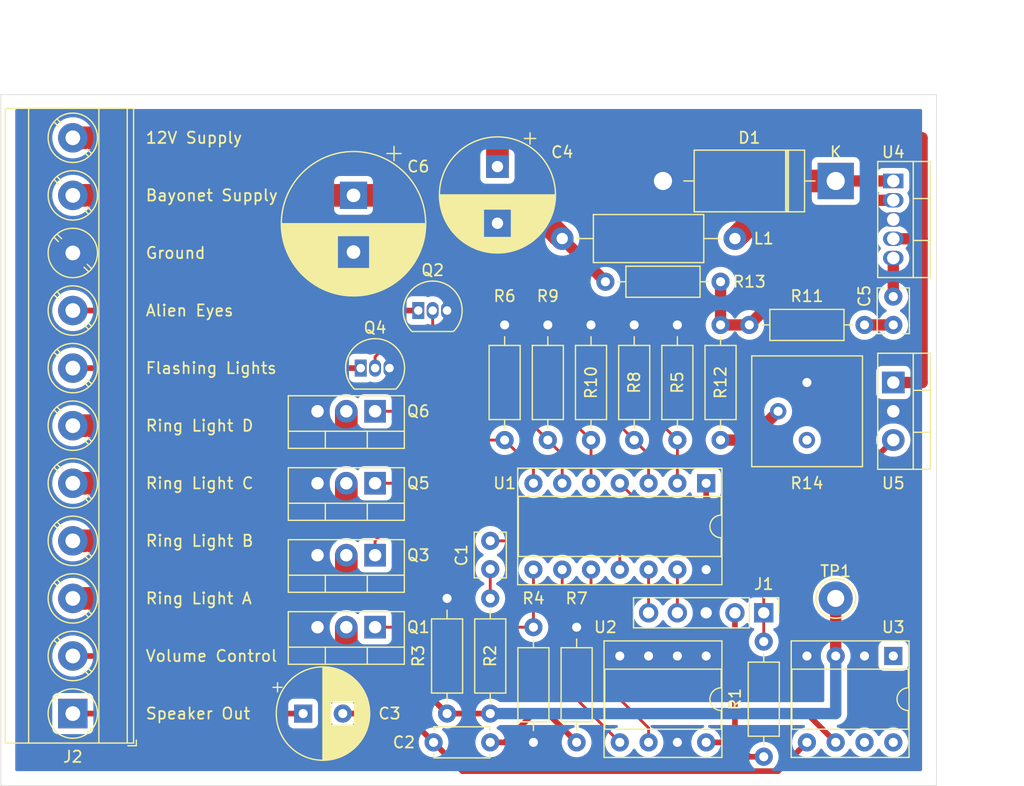
<source format=kicad_pcb>
(kicad_pcb (version 20240108) (generator "pcbnew") (generator_version "8.0")
  (layers (0 "F.Cu" signal) (31 "B.Cu" signal) (34 "B.Paste" user) (35 "F.Paste" user) (36 "B.SilkS" user "B.Silkscreen") (37 "F.SilkS" user "F.Silkscreen") (38 "B.Mask" user) (39 "F.Mask" user) (44 "Edge.Cuts" user))
  (net 0 "")
  (net 1 "/GND")
  (net 2 "Net-(D1-Pad1)")
  (net 3 "/PGC")
  (net 4 "/PGD")
  (net 5 "/5V")
  (net 6 "/MCLR")
  (net 7 "/Flashers")
  (net 8 "/Eyes")
  (net 9 "/A")
  (net 10 "/B")
  (net 11 "/C")
  (net 12 "/D")
  (net 13 "/Volume")
  (net 14 "/Vcc")
  (net 15 "/A_Signal")
  (net 16 "/Eyes_Signal")
  (net 17 "/B_Signal")
  (net 18 "/Flashers_Signal")
  (net 19 "/C_Signal")
  (net 20 "/D_Signal")
  (net 21 "/Speaker_Signal")
  (net 22 "/SCL")
  (net 23 "/SDA")
  (net 24 "Net-(U3-Pad8)")
  (net 25 "Net-(U3-Pad7)")
  (net 26 "Net-(C2-Pad2)")
  (net 27 "Net-(U3-Pad1)")
  (net 28 "Net-(C5-Pad2)")
  (net 29 "/12V")
  (net 30 "Net-(R11-Pad1)")
  (net 31 "Net-(C1-Pad2)")
  (net 32 "Net-(C2-Pad1)")
  (net 33 "Net-(C5-Pad1)")
  (net 34 "Net-(R12-Pad1)")
  (net 35 "/Speaker")
  (footprint "TerminalBlock_Phoenix:TerminalBlock_Phoenix_MKDS-3-11-5.08_1x11_P5.08mm_Horizontal" (layer "F.Cu") (at 66.04 86.36 90)
    (property "Reference" "J2" (at -3.81 0 180) (layer "F.SilkS"))
    (property "Value" "Main Connector")
    (pad "1" thru_hole rect (at 0 0 90) (size 2.6 2.6) (drill 1.3) (layers "*.Cu" "*.Mask") (net 35 "/Speaker"))
    (pad "2" thru_hole circle (at 5.08 0 90) (size 2.6 2.6) (drill 1.3) (layers "*.Cu" "*.Mask") (net 13 "/Volume"))
    (pad "3" thru_hole circle (at 10.16 0 90) (size 2.6 2.6) (drill 1.3) (layers "*.Cu" "*.Mask") (net 9 "/A"))
    (pad "4" thru_hole circle (at 15.24 0 90) (size 2.6 2.6) (drill 1.3) (layers "*.Cu" "*.Mask") (net 10 "/B"))
    (pad "5" thru_hole circle (at 20.32 0 90) (size 2.6 2.6) (drill 1.3) (layers "*.Cu" "*.Mask") (net 11 "/C"))
    (pad "6" thru_hole circle (at 25.4 0 90) (size 2.6 2.6) (drill 1.3) (layers "*.Cu" "*.Mask") (net 12 "/D"))
    (pad "7" thru_hole circle (at 30.48 0 90) (size 2.6 2.6) (drill 1.3) (layers "*.Cu" "*.Mask") (net 7 "/Flashers"))
    (pad "8" thru_hole circle (at 35.56 0 90) (size 2.6 2.6) (drill 1.3) (layers "*.Cu" "*.Mask") (net 8 "/Eyes"))
    (pad "9" thru_hole circle (at 40.64 0 90) (size 2.6 2.6) (drill 1.3) (layers "*.Cu" "*.Mask") (net 1 "/GND"))
    (pad "10" thru_hole circle (at 45.72 0 90) (size 2.6 2.6) (drill 1.3) (layers "*.Cu" "*.Mask") (net 14 "/Vcc"))
    (pad "11" thru_hole circle (at 50.8 0 90) (size 2.6 2.6) (drill 1.3) (layers "*.Cu" "*.Mask") (net 29 "/12V"))
  )
  (footprint "Package_DIP:DIP-14_W7.62mm_Socket" (layer "F.Cu") (at 121.92 66.04 -90)
    (property "Reference" "U1" (at 0 17.78 180) (layer "F.SilkS"))
    (property "Value" "PIC16F1705")
    (pad "1" thru_hole rect (at 0 0 270) (size 1.6 1.6) (drill 0.8) (layers "*.Cu" "*.Mask") (net 5 "/5V"))
    (pad "2" thru_hole oval (at 0 2.54 270) (size 1.6 1.6) (drill 0.8) (layers "*.Cu" "*.Mask") (net 16 "/Eyes_Signal"))
    (pad "3" thru_hole oval (at 0 5.08 270) (size 1.6 1.6) (drill 0.8) (layers "*.Cu" "*.Mask") (net 18 "/Flashers_Signal"))
    (pad "4" thru_hole oval (at 0 7.62 270) (size 1.6 1.6) (drill 0.8) (layers "*.Cu" "*.Mask") (net 6 "/MCLR"))
    (pad "5" thru_hole oval (at 0 10.16 270) (size 1.6 1.6) (drill 0.8) (layers "*.Cu" "*.Mask") (net 20 "/D_Signal"))
    (pad "6" thru_hole oval (at 0 12.7 270) (size 1.6 1.6) (drill 0.8) (layers "*.Cu" "*.Mask") (net 19 "/C_Signal"))
    (pad "7" thru_hole oval (at 0 15.24 270) (size 1.6 1.6) (drill 0.8) (layers "*.Cu" "*.Mask") (net 17 "/B_Signal"))
    (pad "8" thru_hole oval (at 7.62 15.24 270) (size 1.6 1.6) (drill 0.8) (layers "*.Cu" "*.Mask") (net 15 "/A_Signal"))
    (pad "9" thru_hole oval (at 7.62 12.7 270) (size 1.6 1.6) (drill 0.8) (layers "*.Cu" "*.Mask") (net 23 "/SDA"))
    (pad "10" thru_hole oval (at 7.62 10.16 270) (size 1.6 1.6) (drill 0.8) (layers "*.Cu" "*.Mask") (net 22 "/SCL"))
    (pad "11" thru_hole oval (at 7.62 7.62 270) (size 1.6 1.6) (drill 0.8) (layers "*.Cu" "*.Mask") (net 21 "/Speaker_Signal"))
    (pad "12" thru_hole oval (at 7.62 5.08 270) (size 1.6 1.6) (drill 0.8) (layers "*.Cu" "*.Mask") (net 3 "/PGC"))
    (pad "13" thru_hole oval (at 7.62 2.54 270) (size 1.6 1.6) (drill 0.8) (layers "*.Cu" "*.Mask") (net 4 "/PGD"))
    (pad "14" thru_hole oval (at 7.62 0 270) (size 1.6 1.6) (drill 0.8) (layers "*.Cu" "*.Mask") (net 1 "/GND"))
  )
  (footprint "Connector_PinHeader_2.54mm:PinHeader_1x05_P2.54mm_Vertical" (layer "F.Cu") (at 127 77.47 -90)
    (property "Reference" "J1" (at -2.54 0 180) (layer "F.SilkS"))
    (property "Value" "ICSP Programing")
    (pad "1" thru_hole rect (at 0 0 270) (size 1.7 1.7) (drill 1) (layers "*.Cu" "*.Mask") (net 6 "/MCLR"))
    (pad "2" thru_hole oval (at 0 2.54 270) (size 1.7 1.7) (drill 1) (layers "*.Cu" "*.Mask") (net 5 "/5V"))
    (pad "3" thru_hole oval (at 0 5.08 270) (size 1.7 1.7) (drill 1) (layers "*.Cu" "*.Mask") (net 1 "/GND"))
    (pad "4" thru_hole oval (at 0 7.62 270) (size 1.7 1.7) (drill 1) (layers "*.Cu" "*.Mask") (net 4 "/PGD"))
    (pad "5" thru_hole oval (at 0 10.16 270) (size 1.7 1.7) (drill 1) (layers "*.Cu" "*.Mask") (net 3 "/PGC"))
  )
  (footprint "Capacitor_THT:C_Disc_D4.7mm_W2.5mm_P5.00mm" (layer "F.Cu") (at 102.87 88.9 180)
    (property "Reference" "C2" (at 7.62 0 0) (layer "F.SilkS"))
    (property "Value" "47n")
    (pad "1" thru_hole circle (at 0 0 180) (size 1.6 1.6) (drill 0.8) (layers "*.Cu" "*.Mask") (net 32 "Net-(C2-Pad1)"))
    (pad "2" thru_hole circle (at 5 0 180) (size 1.6 1.6) (drill 0.8) (layers "*.Cu" "*.Mask") (net 26 "Net-(C2-Pad2)"))
  )
  (footprint "Diode_THT:D_DO-201AD_P15.24mm_Horizontal" (layer "F.Cu") (at 133.35 39.37 180)
    (property "Reference" "D1" (at 7.62 3.81 0) (layer "F.SilkS"))
    (property "Value" "1N5820")
    (fp_text user "K" (at 0 2.54 0) (layer "F.SilkS"))
    (pad "1" thru_hole rect (at 0 0 180) (size 3.2 3.2) (drill 1.6) (layers "*.Cu" "*.Mask") (net 2 "Net-(D1-Pad1)"))
    (pad "2" thru_hole oval (at 15.24 0 180) (size 3.2 3.2) (drill 1.6) (layers "*.Cu" "*.Mask") (net 1 "/GND"))
  )
  (footprint "Inductor_THT:L_Axial_L9.5mm_D4.0mm_P15.24mm_Horizontal_Fastron_SMCC" (layer "F.Cu") (at 124.46 44.45 180)
    (property "Reference" "L1" (at -2.54 0 0) (layer "F.SilkS"))
    (property "Value" "190u")
    (pad "1" thru_hole circle (at 0 0 180) (size 2 2) (drill 1) (layers "*.Cu" "*.Mask") (net 2 "Net-(D1-Pad1)"))
    (pad "2" thru_hole oval (at 15.24 0 180) (size 2 2) (drill 1) (layers "*.Cu" "*.Mask") (net 14 "/Vcc"))
  )
  (footprint "Package_TO_SOT_THT:TO-220-3_Vertical" (layer "F.Cu") (at 92.71 78.74 180)
    (property "Reference" "Q1" (at -3.81 0 0) (layer "F.SilkS"))
    (property "Value" "FQP30N06L")
    (pad "1" thru_hole rect (at 0 0 180) (size 1.905 2) (drill 1.1) (layers "*.Cu" "*.Mask") (net 15 "/A_Signal"))
    (pad "2" thru_hole oval (at 2.54 0 180) (size 1.905 2) (drill 1.1) (layers "*.Cu" "*.Mask") (net 9 "/A"))
    (pad "3" thru_hole oval (at 5.08 0 180) (size 1.905 2) (drill 1.1) (layers "*.Cu" "*.Mask") (net 1 "/GND"))
  )
  (footprint "Package_TO_SOT_THT:TO-92_Inline" (layer "F.Cu") (at 96.52 50.8)
    (property "Reference" "Q2" (at 1.27 -3.56 0) (layer "F.SilkS"))
    (property "Value" "ZVN3306A")
    (pad "1" thru_hole rect (at 0 0) (size 1.05 1.5) (drill 0.75) (layers "*.Cu" "*.Mask") (net 8 "/Eyes"))
    (pad "2" thru_hole oval (at 1.27 0) (size 1.05 1.5) (drill 0.75) (layers "*.Cu" "*.Mask") (net 16 "/Eyes_Signal"))
    (pad "3" thru_hole oval (at 2.54 0) (size 1.05 1.5) (drill 0.75) (layers "*.Cu" "*.Mask") (net 1 "/GND"))
  )
  (footprint "Package_TO_SOT_THT:TO-220-3_Vertical" (layer "F.Cu") (at 92.71 72.39 180)
    (property "Reference" "Q3" (at -3.81 0 0) (layer "F.SilkS"))
    (property "Value" "FQP30N06L")
    (pad "1" thru_hole rect (at 0 0 180) (size 1.905 2) (drill 1.1) (layers "*.Cu" "*.Mask") (net 17 "/B_Signal"))
    (pad "2" thru_hole oval (at 2.54 0 180) (size 1.905 2) (drill 1.1) (layers "*.Cu" "*.Mask") (net 10 "/B"))
    (pad "3" thru_hole oval (at 5.08 0 180) (size 1.905 2) (drill 1.1) (layers "*.Cu" "*.Mask") (net 1 "/GND"))
  )
  (footprint "Package_TO_SOT_THT:TO-220-3_Vertical" (layer "F.Cu") (at 92.71 66.04 180)
    (property "Reference" "Q5" (at -3.81 0 0) (layer "F.SilkS"))
    (property "Value" "FQP30N06L")
    (pad "1" thru_hole rect (at 0 0 180) (size 1.905 2) (drill 1.1) (layers "*.Cu" "*.Mask") (net 19 "/C_Signal"))
    (pad "2" thru_hole oval (at 2.54 0 180) (size 1.905 2) (drill 1.1) (layers "*.Cu" "*.Mask") (net 11 "/C"))
    (pad "3" thru_hole oval (at 5.08 0 180) (size 1.905 2) (drill 1.1) (layers "*.Cu" "*.Mask") (net 1 "/GND"))
  )
  (footprint "Package_TO_SOT_THT:TO-220-3_Vertical" (layer "F.Cu") (at 92.71 59.69 180)
    (property "Reference" "Q6" (at -3.81 0 0) (layer "F.SilkS"))
    (property "Value" "FQP30N06L")
    (pad "1" thru_hole rect (at 0 0 180) (size 1.905 2) (drill 1.1) (layers "*.Cu" "*.Mask") (net 20 "/D_Signal"))
    (pad "2" thru_hole oval (at 2.54 0 180) (size 1.905 2) (drill 1.1) (layers "*.Cu" "*.Mask") (net 12 "/D"))
    (pad "3" thru_hole oval (at 5.08 0 180) (size 1.905 2) (drill 1.1) (layers "*.Cu" "*.Mask") (net 1 "/GND"))
  )
  (footprint "Resistor_THT:R_Axial_DIN0207_L6.3mm_D2.5mm_P10.16mm_Horizontal" (layer "F.Cu") (at 127 90.17 90)
    (property "Reference" "R1" (at 5.08 -2.54 90) (layer "F.SilkS"))
    (property "Value" "10k")
    (pad "1" thru_hole circle (at 0 0 90) (size 1.6 1.6) (drill 0.8) (layers "*.Cu" "*.Mask") (net 5 "/5V"))
    (pad "2" thru_hole oval (at 10.16 0 90) (size 1.6 1.6) (drill 0.8) (layers "*.Cu" "*.Mask") (net 6 "/MCLR"))
  )
  (footprint "Resistor_THT:R_Axial_DIN0207_L6.3mm_D2.5mm_P10.16mm_Horizontal" (layer "F.Cu") (at 102.87 76.2 -90)
    (property "Reference" "R2" (at 5.08 0 -90) (layer "F.SilkS"))
    (property "Value" "30k")
    (pad "1" thru_hole circle (at 0 0 270) (size 1.6 1.6) (drill 0.8) (layers "*.Cu" "*.Mask") (net 31 "Net-(C1-Pad2)"))
    (pad "2" thru_hole oval (at 10.16 0 270) (size 1.6 1.6) (drill 0.8) (layers "*.Cu" "*.Mask") (net 13 "/Volume"))
  )
  (footprint "Resistor_THT:R_Axial_DIN0207_L6.3mm_D2.5mm_P10.16mm_Horizontal" (layer "F.Cu") (at 99.06 86.36 90)
    (property "Reference" "R3" (at 5.08 -2.54 90) (layer "F.SilkS"))
    (property "Value" "3.6k")
    (pad "1" thru_hole circle (at 0 0 90) (size 1.6 1.6) (drill 0.8) (layers "*.Cu" "*.Mask") (net 13 "/Volume"))
    (pad "2" thru_hole oval (at 10.16 0 90) (size 1.6 1.6) (drill 0.8) (layers "*.Cu" "*.Mask") (net 1 "/GND"))
  )
  (footprint "Resistor_THT:R_Axial_DIN0207_L6.3mm_D2.5mm_P10.16mm_Horizontal" (layer "F.Cu") (at 106.68 88.9 90)
    (property "Reference" "R4" (at 12.7 0 180) (layer "F.SilkS"))
    (property "Value" "10k")
    (pad "1" thru_hole circle (at 0 0 90) (size 1.6 1.6) (drill 0.8) (layers "*.Cu" "*.Mask") (net 1 "/GND"))
    (pad "2" thru_hole oval (at 10.16 0 90) (size 1.6 1.6) (drill 0.8) (layers "*.Cu" "*.Mask") (net 15 "/A_Signal"))
  )
  (footprint "Resistor_THT:R_Axial_DIN0207_L6.3mm_D2.5mm_P10.16mm_Horizontal" (layer "F.Cu") (at 119.38 52.07 -90)
    (property "Reference" "R5" (at 5.08 0 90) (layer "F.SilkS"))
    (property "Value" "10k")
    (pad "1" thru_hole circle (at 0 0 270) (size 1.6 1.6) (drill 0.8) (layers "*.Cu" "*.Mask") (net 1 "/GND"))
    (pad "2" thru_hole oval (at 10.16 0 270) (size 1.6 1.6) (drill 0.8) (layers "*.Cu" "*.Mask") (net 16 "/Eyes_Signal"))
  )
  (footprint "Resistor_THT:R_Axial_DIN0207_L6.3mm_D2.5mm_P10.16mm_Horizontal" (layer "F.Cu") (at 110.49 88.9 90)
    (property "Reference" "R7" (at 12.7 0 180) (layer "F.SilkS"))
    (property "Value" "10k")
    (pad "1" thru_hole circle (at 0 0 90) (size 1.6 1.6) (drill 0.8) (layers "*.Cu" "*.Mask") (net 32 "Net-(C2-Pad1)"))
    (pad "2" thru_hole oval (at 10.16 0 90) (size 1.6 1.6) (drill 0.8) (layers "*.Cu" "*.Mask") (net 1 "/GND"))
  )
  (footprint "Resistor_THT:R_Axial_DIN0207_L6.3mm_D2.5mm_P10.16mm_Horizontal" (layer "F.Cu") (at 115.57 52.07 -90)
    (property "Reference" "R8" (at 5.08 0 90) (layer "F.SilkS"))
    (property "Value" "10k")
    (pad "1" thru_hole circle (at 0 0 270) (size 1.6 1.6) (drill 0.8) (layers "*.Cu" "*.Mask") (net 1 "/GND"))
    (pad "2" thru_hole oval (at 10.16 0 270) (size 1.6 1.6) (drill 0.8) (layers "*.Cu" "*.Mask") (net 18 "/Flashers_Signal"))
  )
  (footprint "Resistor_THT:R_Axial_DIN0207_L6.3mm_D2.5mm_P10.16mm_Horizontal" (layer "F.Cu") (at 107.95 52.07 -90)
    (property "Reference" "R9" (at -2.54 0 180) (layer "F.SilkS"))
    (property "Value" "10k")
    (pad "1" thru_hole circle (at 0 0 270) (size 1.6 1.6) (drill 0.8) (layers "*.Cu" "*.Mask") (net 1 "/GND"))
    (pad "2" thru_hole oval (at 10.16 0 270) (size 1.6 1.6) (drill 0.8) (layers "*.Cu" "*.Mask") (net 19 "/C_Signal"))
  )
  (footprint "Resistor_THT:R_Axial_DIN0207_L6.3mm_D2.5mm_P10.16mm_Horizontal" (layer "F.Cu") (at 111.76 52.07 -90)
    (property "Reference" "R10" (at 5.08 0 90) (layer "F.SilkS"))
    (property "Value" "10k")
    (pad "1" thru_hole circle (at 0 0 270) (size 1.6 1.6) (drill 0.8) (layers "*.Cu" "*.Mask") (net 1 "/GND"))
    (pad "2" thru_hole oval (at 10.16 0 270) (size 1.6 1.6) (drill 0.8) (layers "*.Cu" "*.Mask") (net 20 "/D_Signal"))
  )
  (footprint "Resistor_THT:R_Axial_DIN0207_L6.3mm_D2.5mm_P10.16mm_Horizontal" (layer "F.Cu") (at 113.03 48.26)
    (property "Reference" "R13" (at 12.7 0 0) (layer "F.SilkS"))
    (property "Value" "6.8k")
    (pad "1" thru_hole circle (at 0 0) (size 1.6 1.6) (drill 0.8) (layers "*.Cu" "*.Mask") (net 14 "/Vcc"))
    (pad "2" thru_hole oval (at 10.16 0) (size 1.6 1.6) (drill 0.8) (layers "*.Cu" "*.Mask") (net 30 "Net-(R11-Pad1)"))
  )
  (footprint "Potentiometer_THT:Potentiometer_Bourns_3386P_Vertical" (layer "F.Cu") (at 130.81 57.15 180)
    (property "Reference" "R14" (at 0 -8.89 0) (layer "F.SilkS"))
    (property "Value" "10k")
    (pad "1" thru_hole circle (at 0 0 180) (size 1.44 1.44) (drill 0.8) (layers "*.Cu" "*.Mask") (net 1 "/GND"))
    (pad "2" thru_hole circle (at 2.54 -2.54 180) (size 1.44 1.44) (drill 0.8) (layers "*.Cu" "*.Mask") (net 34 "Net-(R12-Pad1)"))
    (pad "3" thru_hole circle (at 0 -5.08 180) (size 1.44 1.44) (drill 0.8) (layers "*.Cu" "*.Mask"))
  )
  (footprint "Package_TO_SOT_THT:TO-220-5_Vertical" (layer "F.Cu") (at 138.43 39.37 -90)
    (property "Reference" "U4" (at -2.54 0 180) (layer "F.SilkS"))
    (property "Value" "MC33167TVG")
    (pad "1" thru_hole rect (at 0 0 270) (size 1.275 1.8) (drill 1.1) (layers "*.Cu" "*.Mask") (net 2 "Net-(D1-Pad1)"))
    (pad "2" thru_hole oval (at 1.7 0 270) (size 1.275 1.8) (drill 1.1) (layers "*.Cu" "*.Mask") (net 30 "Net-(R11-Pad1)"))
    (pad "3" thru_hole oval (at 3.4 0 270) (size 1.275 1.8) (drill 1.1) (layers "*.Cu" "*.Mask") (net 1 "/GND"))
    (pad "4" thru_hole oval (at 5.1 0 270) (size 1.275 1.8) (drill 1.1) (layers "*.Cu" "*.Mask") (net 29 "/12V"))
    (pad "5" thru_hole oval (at 6.8 0 270) (size 1.275 1.8) (drill 1.1) (layers "*.Cu" "*.Mask") (net 28 "Net-(C5-Pad2)"))
  )
  (footprint "Package_TO_SOT_THT:TO-220-3_Vertical" (layer "F.Cu") (at 138.43 57.15 -90)
    (property "Reference" "U5" (at 8.89 0 180) (layer "F.SilkS"))
    (property "Value" "MC78M05CTG")
    (pad "1" thru_hole rect (at 0 0 270) (size 1.905 2) (drill 1.1) (layers "*.Cu" "*.Mask") (net 29 "/12V"))
    (pad "2" thru_hole oval (at 2.54 0 270) (size 1.905 2) (drill 1.1) (layers "*.Cu" "*.Mask") (net 1 "/GND"))
    (pad "3" thru_hole oval (at 5.08 0 270) (size 1.905 2) (drill 1.1) (layers "*.Cu" "*.Mask") (net 5 "/5V"))
  )
  (footprint "Resistor_THT:R_Axial_DIN0207_L6.3mm_D2.5mm_P10.16mm_Horizontal" (layer "F.Cu") (at 125.73 52.07)
    (property "Reference" "R11" (at 5.08 -2.54 0) (layer "F.SilkS"))
    (property "Value" "68k")
    (pad "1" thru_hole circle (at 0 0) (size 1.6 1.6) (drill 0.8) (layers "*.Cu" "*.Mask") (net 30 "Net-(R11-Pad1)"))
    (pad "2" thru_hole oval (at 10.16 0) (size 1.6 1.6) (drill 0.8) (layers "*.Cu" "*.Mask") (net 33 "Net-(C5-Pad1)"))
  )
  (footprint "Capacitor_THT:CP_Radial_D12.5mm_P5.00mm" (layer "F.Cu") (at 90.805 40.64 -90)
    (property "Reference" "C6" (at -2.54 -5.715 180) (layer "F.SilkS"))
    (property "Value" "4700u")
    (pad "1" thru_hole rect (at 0 0 270) (size 2.4 2.4) (drill 1.2) (layers "*.Cu" "*.Mask") (net 14 "/Vcc"))
    (pad "2" thru_hole circle (at 5 0 270) (size 2.4 2.4) (drill 1.2) (layers "*.Cu" "*.Mask") (net 1 "/GND"))
  )
  (footprint "Capacitor_THT:CP_Radial_D10.0mm_P5.00mm" (layer "F.Cu") (at 103.505 38.1 -90)
    (property "Reference" "C4" (at -1.27 -5.715 180) (layer "F.SilkS"))
    (property "Value" "330u")
    (pad "1" thru_hole rect (at 0 0 270) (size 2 2) (drill 1) (layers "*.Cu" "*.Mask") (net 29 "/12V"))
    (pad "2" thru_hole circle (at 5 0 270) (size 2 2) (drill 1) (layers "*.Cu" "*.Mask") (net 1 "/GND"))
  )
  (footprint "Capacitor_THT:C_Disc_D3.8mm_W2.6mm_P2.50mm" (layer "F.Cu") (at 138.43 52.07 90)
    (property "Reference" "C5" (at 2.54 -2.55 90) (layer "F.SilkS"))
    (property "Value" "0.1u")
    (pad "1" thru_hole circle (at 0 0 90) (size 1.6 1.6) (drill 0.8) (layers "*.Cu" "*.Mask") (net 33 "Net-(C5-Pad1)"))
    (pad "2" thru_hole circle (at 2.5 0 90) (size 1.6 1.6) (drill 0.8) (layers "*.Cu" "*.Mask") (net 28 "Net-(C5-Pad2)"))
  )
  (footprint "Package_TO_SOT_THT:TO-92_Inline" (layer "F.Cu") (at 91.44 55.88)
    (property "Reference" "Q4" (at 1.27 -3.56 0) (layer "F.SilkS"))
    (property "Value" "ZVN3306A")
    (pad "1" thru_hole rect (at 0 0) (size 1.05 1.5) (drill 0.75) (layers "*.Cu" "*.Mask") (net 7 "/Flashers"))
    (pad "2" thru_hole oval (at 1.27 0) (size 1.05 1.5) (drill 0.75) (layers "*.Cu" "*.Mask") (net 18 "/Flashers_Signal"))
    (pad "3" thru_hole oval (at 2.54 0) (size 1.05 1.5) (drill 0.75) (layers "*.Cu" "*.Mask") (net 1 "/GND"))
  )
  (footprint "Resistor_THT:R_Axial_DIN0207_L6.3mm_D2.5mm_P10.16mm_Horizontal" (layer "F.Cu") (at 104.14 52.07 -90)
    (property "Reference" "R6" (at -2.54 0 0) (layer "F.SilkS"))
    (property "Value" "10k")
    (pad "1" thru_hole circle (at 0 0 270) (size 1.6 1.6) (drill 0.8) (layers "*.Cu" "*.Mask") (net 1 "/GND"))
    (pad "2" thru_hole oval (at 10.16 0 270) (size 1.6 1.6) (drill 0.8) (layers "*.Cu" "*.Mask") (net 17 "/B_Signal"))
  )
  (footprint "Capacitor_THT:C_Disc_D3.8mm_W2.6mm_P2.50mm" (layer "F.Cu") (at 102.87 71.12 -90)
    (property "Reference" "C1" (at 1.27 2.54 90) (layer "F.SilkS"))
    (property "Value" "0.1u")
    (pad "1" thru_hole circle (at 0 0 270) (size 1.6 1.6) (drill 0.8) (layers "*.Cu" "*.Mask") (net 21 "/Speaker_Signal"))
    (pad "2" thru_hole circle (at 2.5 0 270) (size 1.6 1.6) (drill 0.8) (layers "*.Cu" "*.Mask") (net 31 "Net-(C1-Pad2)"))
  )
  (footprint "Capacitor_THT:CP_Radial_D8.0mm_P3.50mm" (layer "F.Cu") (at 86.36 86.36)
    (property "Reference" "C3" (at 7.62 0 0) (layer "F.SilkS"))
    (property "Value" "270u")
    (pad "1" thru_hole rect (at 0 0) (size 1.6 1.6) (drill 0.8) (layers "*.Cu" "*.Mask") (net 35 "/Speaker"))
    (pad "2" thru_hole circle (at 3.5 0) (size 1.6 1.6) (drill 0.8) (layers "*.Cu" "*.Mask") (net 26 "Net-(C2-Pad2)"))
  )
  (footprint "Resistor_THT:R_Axial_DIN0207_L6.3mm_D2.5mm_P10.16mm_Horizontal" (layer "F.Cu") (at 123.19 62.23 90)
    (property "Reference" "R12" (at 5.08 0 90) (layer "F.SilkS"))
    (property "Value" "10k")
    (pad "1" thru_hole circle (at 0 0 90) (size 1.6 1.6) (drill 0.8) (layers "*.Cu" "*.Mask") (net 34 "Net-(R12-Pad1)"))
    (pad "2" thru_hole oval (at 10.16 0 90) (size 1.6 1.6) (drill 0.8) (layers "*.Cu" "*.Mask") (net 30 "Net-(R11-Pad1)"))
  )
  (footprint "Package_DIP:DIP-8_W7.62mm_Socket" (layer "F.Cu") (at 138.43 81.28 -90)
    (property "Reference" "U3" (at -2.54 0 180) (layer "F.SilkS"))
    (property "Value" "LM386")
    (pad "1" thru_hole rect (at 0 0 270) (size 1.6 1.6) (drill 0.8) (layers "*.Cu" "*.Mask") (net 27 "Net-(U3-Pad1)"))
    (pad "2" thru_hole oval (at 0 2.54 270) (size 1.6 1.6) (drill 0.8) (layers "*.Cu" "*.Mask") (net 1 "/GND"))
    (pad "3" thru_hole oval (at 0 5.08 270) (size 1.6 1.6) (drill 0.8) (layers "*.Cu" "*.Mask") (net 13 "/Volume"))
    (pad "4" thru_hole oval (at 0 7.62 270) (size 1.6 1.6) (drill 0.8) (layers "*.Cu" "*.Mask") (net 1 "/GND"))
    (pad "5" thru_hole oval (at 7.62 7.62 270) (size 1.6 1.6) (drill 0.8) (layers "*.Cu" "*.Mask") (net 26 "Net-(C2-Pad2)"))
    (pad "6" thru_hole oval (at 7.62 5.08 270) (size 1.6 1.6) (drill 0.8) (layers "*.Cu" "*.Mask") (net 5 "/5V"))
    (pad "7" thru_hole oval (at 7.62 2.54 270) (size 1.6 1.6) (drill 0.8) (layers "*.Cu" "*.Mask") (net 25 "Net-(U3-Pad7)"))
    (pad "8" thru_hole oval (at 7.62 0 270) (size 1.6 1.6) (drill 0.8) (layers "*.Cu" "*.Mask") (net 24 "Net-(U3-Pad8)"))
  )
  (footprint "Package_DIP:DIP-8_W7.62mm_Socket" (layer "F.Cu") (at 121.92 81.28 -90)
    (property "Reference" "U2" (at -2.54 8.89 180) (layer "F.SilkS"))
    (property "Value" "24LC512-I/P")
    (pad "1" thru_hole rect (at 0 0 270) (size 1.6 1.6) (drill 0.8) (layers "*.Cu" "*.Mask") (net 1 "/GND"))
    (pad "2" thru_hole oval (at 0 2.54 270) (size 1.6 1.6) (drill 0.8) (layers "*.Cu" "*.Mask") (net 1 "/GND"))
    (pad "3" thru_hole oval (at 0 5.08 270) (size 1.6 1.6) (drill 0.8) (layers "*.Cu" "*.Mask") (net 1 "/GND"))
    (pad "4" thru_hole oval (at 0 7.62 270) (size 1.6 1.6) (drill 0.8) (layers "*.Cu" "*.Mask") (net 1 "/GND"))
    (pad "5" thru_hole oval (at 7.62 7.62 270) (size 1.6 1.6) (drill 0.8) (layers "*.Cu" "*.Mask") (net 23 "/SDA"))
    (pad "6" thru_hole oval (at 7.62 5.08 270) (size 1.6 1.6) (drill 0.8) (layers "*.Cu" "*.Mask") (net 22 "/SCL"))
    (pad "7" thru_hole oval (at 7.62 2.54 270) (size 1.6 1.6) (drill 0.8) (layers "*.Cu" "*.Mask") (net 1 "/GND"))
    (pad "8" thru_hole oval (at 7.62 0 270) (size 1.6 1.6) (drill 0.8) (layers "*.Cu" "*.Mask") (net 5 "/5V"))
  )
  (footprint "TestPoint:TestPoint_THTPad_D3.0mm_Drill1.5mm" (layer "F.Cu") (at 133.35 76.2)
    (property "Reference" "TP1" (at 0 -2.398 0) (layer "F.SilkS"))
    (property "Value" "Jumper")
    (pad "1" thru_hole circle (at 0 0) (size 3 3) (drill 1.5) (layers "*.Cu" "*.Mask") (net 13 "/Volume"))
  )
  (gr_line (start 59.69 31.75) (end 142.24 31.75) (stroke (width 0.05)) (layer "Edge.Cuts"))
  (gr_line (start 59.69 92.71) (end 59.69 31.75) (stroke (width 0.05)) (layer "Edge.Cuts"))
  (gr_line (start 142.24 31.75) (end 142.24 92.71) (stroke (width 0.05)) (layer "Edge.Cuts"))
  (gr_line (start 142.24 92.71) (end 59.69 92.71) (stroke (width 0.05)) (layer "Edge.Cuts"))
  (gr_text "Ring Light D" (at 72.39 60.96 0) (layer "F.SilkS") (effects (font (size 1 1)) (justify left)))
  (gr_text "Volume Control" (at 72.39 81.28 0) (layer "F.SilkS") (effects (font (size 1 1)) (justify left)))
  (gr_text "Ring Light C" (at 72.39 66.04 0) (layer "F.SilkS") (effects (font (size 1 1)) (justify left)))
  (gr_text "Speaker Out" (at 72.39 86.36 0) (layer "F.SilkS") (effects (font (size 1 1)) (justify left)))
  (gr_text "Alien Eyes" (at 72.39 50.8 0) (layer "F.SilkS") (effects (font (size 1 1)) (justify left)))
  (gr_text "Ring Light A" (at 72.39 76.2 0) (layer "F.SilkS") (effects (font (size 1 1)) (justify left)))
  (gr_text "12V Supply" (at 72.39 35.56 0) (layer "F.SilkS") (effects (font (size 1 1)) (justify left)))
  (gr_text "Flashing Lights" (at 72.39 55.88 0) (layer "F.SilkS") (effects (font (size 1 1)) (justify left)))
  (gr_text "Bayonet Supply" (at 72.39 40.64 0) (layer "F.SilkS") (effects (font (size 1 1)) (justify left)))
  (gr_text "Ground" (at 72.39 45.72 0) (layer "F.SilkS") (effects (font (size 1 1)) (justify left)))
  (gr_text "Ring Light B" (at 72.39 71.12 0) (layer "F.SilkS") (effects (font (size 1 1)) (justify left)))
  (segment (start 133.35 39.37) (end 138.43 39.37) (width 1) (layer "F.Cu") (net 2))
  (segment (start 124.46 44.45) (end 129.54 39.37) (width 2) (layer "F.Cu") (net 2))
  (segment (start 129.54 39.37) (end 133.35 39.37) (width 2) (layer "F.Cu") (net 2))
  (segment (start 116.84 77.47) (end 116.84 73.66) (width 0.25) (layer "F.Cu") (net 3))
  (segment (start 119.38 77.47) (end 119.38 73.66) (width 0.25) (layer "F.Cu") (net 4))
  (segment (start 124.46 88.9) (end 124.46 86.36) (width 0.5) (layer "F.Cu") (net 5))
  (segment (start 121.92 88.9) (end 124.46 88.9) (width 0.5) (layer "F.Cu") (net 5))
  (segment (start 134.62 66.04) (end 127.635 73.025) (width 0.5) (layer "F.Cu") (net 5))
  (segment (start 129.54 80.01) (end 124.46 85.09) (width 0.5) (layer "F.Cu") (net 5))
  (segment (start 124.46 85.09) (end 124.46 77.47) (width 0.5) (layer "F.Cu") (net 5))
  (segment (start 134.62 66.04) (end 138.43 62.23) (width 0.5) (layer "F.Cu") (net 5))
  (segment (start 127 90.17) (end 125.73 90.17) (width 0.5) (layer "F.Cu") (net 5))
  (segment (start 133.35 88.9) (end 130.81 86.36) (width 0.5) (layer "F.Cu") (net 5))
  (segment (start 124.46 86.36) (end 124.46 85.09) (width 0.5) (layer "F.Cu") (net 5))
  (segment (start 125.73 90.17) (end 124.46 88.9) (width 0.5) (layer "F.Cu") (net 5))
  (segment (start 129.54 74.93) (end 129.54 80.01) (width 0.5) (layer "F.Cu") (net 5))
  (segment (start 121.92 67.31) (end 127.635 73.025) (width 0.5) (layer "F.Cu") (net 5))
  (segment (start 121.92 66.04) (end 121.92 67.31) (width 0.5) (layer "F.Cu") (net 5))
  (segment (start 127.635 73.025) (end 129.54 74.93) (width 0.5) (layer "F.Cu") (net 5))
  (segment (start 130.81 86.36) (end 124.46 86.36) (width 0.5) (layer "F.Cu") (net 5))
  (segment (start 114.3 66.04) (end 118.11 69.85) (width 0.25) (layer "F.Cu") (net 6))
  (segment (start 127 73.66) (end 127 77.47) (width 0.25) (layer "F.Cu") (net 6))
  (segment (start 123.19 69.85) (end 127 73.66) (width 0.25) (layer "F.Cu") (net 6))
  (segment (start 118.11 69.85) (end 123.19 69.85) (width 0.25) (layer "F.Cu") (net 6))
  (segment (start 127 77.47) (end 127 80.01) (width 0.25) (layer "F.Cu") (net 6))
  (segment (start 91.44 55.88) (end 66.04 55.88) (width 0.5) (layer "F.Cu") (net 7))
  (segment (start 96.52 50.8) (end 66.04 50.8) (width 0.5) (layer "F.Cu") (net 8))
  (segment (start 90.17 78.74) (end 90.17 81.28) (width 2) (layer "F.Cu") (net 9))
  (segment (start 90.17 81.28) (end 83.82 81.28) (width 2) (layer "F.Cu") (net 9))
  (segment (start 78.74 76.2) (end 66.04 76.2) (width 2) (layer "F.Cu") (net 9))
  (segment (start 83.82 81.28) (end 78.74 76.2) (width 2) (layer "F.Cu") (net 9))
  (segment (start 80.01 71.12) (end 66.04 71.12) (width 2) (layer "F.Cu") (net 10))
  (segment (start 90.17 72.39) (end 90.17 74.93) (width 2) (layer "F.Cu") (net 10))
  (segment (start 90.17 74.93) (end 83.82 74.93) (width 2) (layer "F.Cu") (net 10))
  (segment (start 83.82 74.93) (end 80.01 71.12) (width 2) (layer "F.Cu") (net 10))
  (segment (start 81.28 66.04) (end 66.04 66.04) (width 2) (layer "F.Cu") (net 11))
  (segment (start 90.17 66.04) (end 90.17 68.58) (width 2) (layer "F.Cu") (net 11))
  (segment (start 90.17 68.58) (end 83.82 68.58) (width 2) (layer "F.Cu") (net 11))
  (segment (start 83.82 68.58) (end 81.28 66.04) (width 2) (layer "F.Cu") (net 11))
  (segment (start 90.17 62.23) (end 83.82 62.23) (width 2) (layer "F.Cu") (net 12))
  (segment (start 82.55 60.96) (end 66.04 60.96) (width 2) (layer "F.Cu") (net 12))
  (segment (start 83.82 62.23) (end 82.55 60.96) (width 2) (layer "F.Cu") (net 12))
  (segment (start 90.17 59.69) (end 90.17 62.23) (width 2) (layer "F.Cu") (net 12))
  (segment (start 96.52 83.82) (end 99.06 86.36) (width 0.5) (layer "F.Cu") (net 13))
  (segment (start 66.04 81.28) (end 80.01 81.28) (width 0.5) (layer "F.Cu") (net 13))
  (segment (start 99.06 86.36) (end 102.87 86.36) (width 0.5) (layer "F.Cu") (net 13))
  (segment (start 80.01 81.28) (end 82.55 83.82) (width 0.5) (layer "F.Cu") (net 13))
  (segment (start 82.55 83.82) (end 96.52 83.82) (width 0.5) (layer "F.Cu") (net 13))
  (segment (start 133.35 81.28) (end 133.35 76.2) (width 1) (layer "F.Cu") (net 13))
  (segment (start 133.35 86.36) (end 102.87 86.36) (width 1) (layer "B.Cu") (net 13))
  (segment (start 133.35 81.28) (end 133.35 86.36) (width 1) (layer "B.Cu") (net 13))
  (segment (start 105.41 40.64) (end 109.22 44.45) (width 2) (layer "F.Cu") (net 14))
  (segment (start 109.22 44.45) (end 113.03 48.26) (width 1) (layer "F.Cu") (net 14))
  (segment (start 66.04 40.64) (end 105.41 40.64) (width 2) (layer "F.Cu") (net 14))
  (segment (start 106.68 78.74) (end 92.71 78.74) (width 0.25) (layer "F.Cu") (net 15))
  (segment (start 106.68 78.74) (end 106.68 73.66) (width 0.25) (layer "F.Cu") (net 15))
  (segment (start 119.38 62.23) (end 113.03 55.88) (width 0.25) (layer "F.Cu") (net 16))
  (segment (start 119.38 66.04) (end 119.38 62.23) (width 0.25) (layer "F.Cu") (net 16))
  (segment (start 101.6 55.88) (end 97.79 52.07) (width 0.25) (layer "F.Cu") (net 16))
  (segment (start 113.03 55.88) (end 101.6 55.88) (width 0.25) (layer "F.Cu") (net 16))
  (segment (start 97.79 52.07) (end 97.79 50.8) (width 0.25) (layer "F.Cu") (net 16))
  (segment (start 92.71 71.12) (end 92.71 72.39) (width 0.25) (layer "F.Cu") (net 17))
  (segment (start 101.6 62.23) (end 92.71 71.12) (width 0.25) (layer "F.Cu") (net 17))
  (segment (start 106.68 66.04) (end 106.68 64.77) (width 0.25) (layer "F.Cu") (net 17))
  (segment (start 106.68 64.77) (end 104.14 62.23) (width 0.25) (layer "F.Cu") (net 17))
  (segment (start 104.14 62.23) (end 101.6 62.23) (width 0.25) (layer "F.Cu") (net 17))
  (segment (start 92.71 54.88) (end 92.71 55.88) (width 0.25) (layer "F.Cu") (net 18))
  (segment (start 116.84 66.04) (end 116.84 63.5) (width 0.25) (layer "F.Cu") (net 18))
  (segment (start 110.49 57.15) (end 100.33 57.15) (width 0.25) (layer "F.Cu") (net 18))
  (segment (start 96.52 53.34) (end 94.25 53.34) (width 0.25) (layer "F.Cu") (net 18))
  (segment (start 116.84 63.5) (end 115.57 62.23) (width 0.25) (layer "F.Cu") (net 18))
  (segment (start 94.25 53.34) (end 92.71 54.88) (width 0.25) (layer "F.Cu") (net 18))
  (segment (start 115.57 62.23) (end 110.49 57.15) (width 0.25) (layer "F.Cu") (net 18))
  (segment (start 100.33 57.15) (end 96.52 53.34) (width 0.25) (layer "F.Cu") (net 18))
  (segment (start 95.25 66.04) (end 92.71 66.04) (width 0.25) (layer "F.Cu") (net 19))
  (segment (start 101.6 59.69) (end 95.25 66.04) (width 0.25) (layer "F.Cu") (net 19))
  (segment (start 109.22 66.04) (end 109.22 63.5) (width 0.25) (layer "F.Cu") (net 19))
  (segment (start 105.41 59.69) (end 101.6 59.69) (width 0.25) (layer "F.Cu") (net 19))
  (segment (start 109.22 63.5) (end 107.95 62.23) (width 0.25) (layer "F.Cu") (net 19))
  (segment (start 107.95 62.23) (end 105.41 59.69) (width 0.25) (layer "F.Cu") (net 19))
  (segment (start 99.06 59.69) (end 92.71 59.69) (width 0.25) (layer "F.Cu") (net 20))
  (segment (start 100.33 58.42) (end 99.06 59.69) (width 0.25) (layer "F.Cu") (net 20))
  (segment (start 107.95 58.42) (end 100.33 58.42) (width 0.25) (layer "F.Cu") (net 20))
  (segment (start 111.76 66.04) (end 111.76 62.23) (width 0.25) (layer "F.Cu") (net 20))
  (segment (start 111.76 62.23) (end 107.95 58.42) (width 0.25) (layer "F.Cu") (net 20))
  (segment (start 114.3 73.66) (end 114.3 71.12) (width 0.25) (layer "F.Cu") (net 21))
  (segment (start 102.87 71.12) (end 114.3 71.12) (width 0.25) (layer "F.Cu") (net 21))
  (segment (start 116.84 88.9) (end 116.84 87.63) (width 0.25) (layer "F.Cu") (net 22))
  (segment (start 111.76 76.2) (end 111.76 73.66) (width 0.25) (layer "F.Cu") (net 22))
  (segment (start 112.395 76.835) (end 111.76 76.2) (width 0.25) (layer "F.Cu") (net 22))
  (segment (start 112.395 83.185) (end 112.395 76.835) (width 0.25) (layer "F.Cu") (net 22))
  (segment (start 116.84 87.63) (end 112.395 83.185) (width 0.25) (layer "F.Cu") (net 22))
  (segment (start 109.22 76.2) (end 109.22 73.66) (width 0.25) (layer "F.Cu") (net 23))
  (segment (start 109.22 83.82) (end 108.585 83.185) (width 0.25) (layer "F.Cu") (net 23))
  (segment (start 114.3 88.9) (end 111.76 86.36) (width 0.25) (layer "F.Cu") (net 23))
  (segment (start 111.76 86.36) (end 109.22 83.82) (width 0.25) (layer "F.Cu") (net 23))
  (segment (start 108.585 76.835) (end 109.22 76.2) (width 0.25) (layer "F.Cu") (net 23))
  (segment (start 108.585 83.185) (end 108.585 76.835) (width 0.25) (layer "F.Cu") (net 23))
  (segment (start 128.27 91.44) (end 130.81 88.9) (width 0.5) (layer "F.Cu") (net 26))
  (segment (start 95.33 86.36) (end 97.87 88.9) (width 0.5) (layer "F.Cu") (net 26))
  (segment (start 100.41 91.44) (end 128.27 91.44) (width 0.5) (layer "F.Cu") (net 26))
  (segment (start 97.87 88.9) (end 100.41 91.44) (width 0.5) (layer "F.Cu") (net 26))
  (segment (start 89.86 86.36) (end 95.33 86.36) (width 0.5) (layer "F.Cu") (net 26))
  (segment (start 138.43 49.57) (end 138.43 46.17) (width 1) (layer "F.Cu") (net 28))
  (segment (start 138.43 44.47) (end 140.95 44.47) (width 1) (layer "F.Cu") (net 29))
  (segment (start 138.43 57.15) (end 140.97 57.15) (width 1) (layer "F.Cu") (net 29))
  (segment (start 140.95 44.47) (end 140.97 44.45) (width 1) (layer "F.Cu") (net 29))
  (segment (start 66.04 35.56) (end 103.505 35.56) (width 2) (layer "F.Cu") (net 29))
  (segment (start 140.97 57.15) (end 140.97 44.49) (width 1) (layer "F.Cu") (net 29))
  (segment (start 140.97 44.49) (end 140.97 35.56) (width 1) (layer "F.Cu") (net 29))
  (segment (start 103.505 35.56) (end 103.505 38.1) (width 2) (layer "F.Cu") (net 29))
  (segment (start 103.505 35.56) (end 140.97 35.56) (width 1) (layer "F.Cu") (net 29))
  (segment (start 140.97 44.49) (end 140.95 44.47) (width 1) (layer "F.Cu") (net 29))
  (segment (start 136.73 41.07) (end 138.43 41.07) (width 1) (layer "F.Cu") (net 30))
  (segment (start 123.19 52.07) (end 125.73 52.07) (width 1) (layer "F.Cu") (net 30))
  (segment (start 123.19 48.26) (end 123.19 52.07) (width 1) (layer "F.Cu") (net 30))
  (segment (start 125.73 52.07) (end 136.73 41.07) (width 1) (layer "F.Cu") (net 30))
  (segment (start 102.87 76.2) (end 102.87 73.66) (width 0.25) (layer "F.Cu") (net 31))
  (segment (start 107.95 86.36) (end 110.49 88.9) (width 0.5) (layer "F.Cu") (net 32))
  (segment (start 106.68 86.36) (end 107.95 86.36) (width 0.5) (layer "F.Cu") (net 32))
  (segment (start 102.87 88.9) (end 104.14 88.9) (width 0.5) (layer "F.Cu") (net 32))
  (segment (start 104.14 88.9) (end 106.68 86.36) (width 0.5) (layer "F.Cu") (net 32))
  (segment (start 135.89 52.07) (end 138.43 52.07) (width 1) (layer "F.Cu") (net 33))
  (segment (start 125.73 62.23) (end 128.27 59.69) (width 1) (layer "F.Cu") (net 34))
  (segment (start 123.19 62.23) (end 125.73 62.23) (width 1) (layer "F.Cu") (net 34))
  (segment (start 86.36 86.36) (end 66.04 86.36) (width 0.5) (layer "F.Cu") (net 35))
  (zone (net 1) (net_name "/GND") (layer "B.Cu") (connect_pads yes (clearance 0.508)) (min_thickness 0.254) (fill yes (thermal_gap 0.508) (thermal_bridge_width 0.508))
    (polygon (pts (xy 140.97 91.44) (xy 60.96 91.44) (xy 60.96 33.02) (xy 140.97 33.02)))
  )
)
</source>
